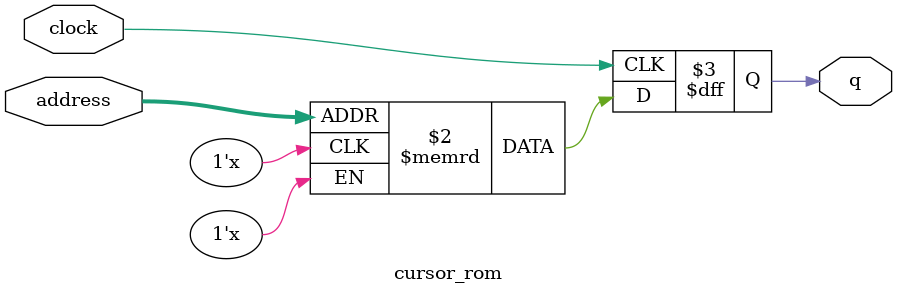
<source format=sv>
module cursor_rom (
	input logic clock,
	input logic [9:0] address,
	output logic [0:0] q
);

logic [0:0] memory [0:767] /* synthesis ram_init_file = "./cursor/cursor.COE" */;

always_ff @ (posedge clock) begin
	q <= memory[address];
end

endmodule

</source>
